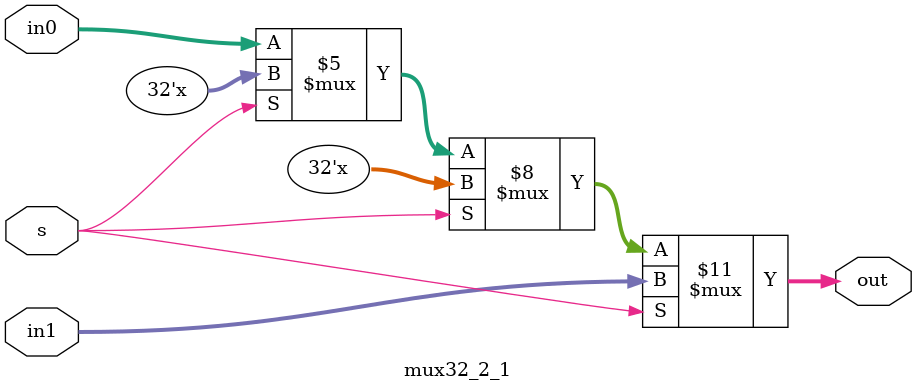
<source format=v>
/****************************************************************************
 * mux32_2_1.v
 ****************************************************************************/

/**
 * Module: mux32_2_1
 * 
 * TODO: Add module documentation
 */
module mux32_2_1(
	input s,
	input [31:0] in0,
	input [31:0] in1,
	output reg [31:0] out
	);

	always@(s or in0 or in1)
		if (s==1) begin
			out = in1;
		end
		else if (s==0) begin
			out = in0;
		end
		
endmodule




</source>
